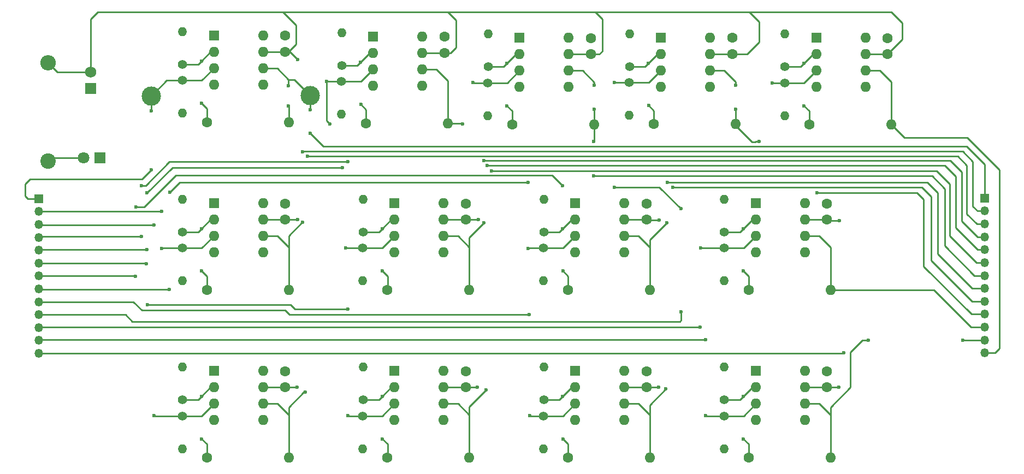
<source format=gtl>
G04 #@! TF.FileFunction,Copper,L1,Top,Signal*
%FSLAX46Y46*%
G04 Gerber Fmt 4.6, Leading zero omitted, Abs format (unit mm)*
G04 Created by KiCad (PCBNEW 4.0.7) date 02/22/19 22:28:47*
%MOMM*%
%LPD*%
G01*
G04 APERTURE LIST*
%ADD10C,0.100000*%
%ADD11C,1.600000*%
%ADD12C,1.400000*%
%ADD13O,1.400000X1.400000*%
%ADD14R,1.600000X1.600000*%
%ADD15O,1.600000X1.600000*%
%ADD16R,1.350000X1.350000*%
%ADD17O,1.350000X1.350000*%
%ADD18C,3.000000*%
%ADD19R,1.800000X1.800000*%
%ADD20C,1.800000*%
%ADD21R,1.750000X1.750000*%
%ADD22C,1.750000*%
%ADD23C,2.400000*%
%ADD24O,2.400000X2.400000*%
%ADD25C,0.600000*%
%ADD26C,0.250000*%
G04 APERTURE END LIST*
D10*
D11*
X201327680Y-67975480D03*
X201327680Y-70475480D03*
D12*
X185406960Y-72412860D03*
D13*
X185406960Y-67332860D03*
D14*
X190260900Y-67960240D03*
D15*
X197880900Y-75580240D03*
X190260900Y-70500240D03*
X197880900Y-73040240D03*
X190260900Y-73040240D03*
X197880900Y-70500240D03*
X190260900Y-75580240D03*
X197880900Y-67960240D03*
D12*
X185363780Y-74912220D03*
D13*
X185363780Y-79992220D03*
D11*
X189156000Y-81373980D03*
D15*
X201856000Y-81373980D03*
D11*
X191937300Y-119622420D03*
X191937300Y-122122420D03*
X191937300Y-93622420D03*
X191937300Y-96122420D03*
X177233240Y-67942460D03*
X177233240Y-70442460D03*
X163937300Y-119622420D03*
X163937300Y-122122420D03*
X163937300Y-93622420D03*
X163937300Y-96122420D03*
X155291140Y-67972940D03*
X155291140Y-70472940D03*
X135937300Y-119622420D03*
X135937300Y-122122420D03*
X135937300Y-93622420D03*
X135937300Y-96122420D03*
X132617520Y-67790060D03*
X132617520Y-70290060D03*
X107937300Y-119622420D03*
X107937300Y-122122420D03*
X107937300Y-93622420D03*
X107937300Y-96122420D03*
X179765620Y-133020920D03*
D15*
X192465620Y-133020920D03*
D11*
X179765620Y-107020920D03*
D15*
X192465620Y-107020920D03*
D11*
X165061560Y-81340960D03*
D15*
X177761560Y-81340960D03*
D11*
X151765620Y-133020920D03*
D15*
X164465620Y-133020920D03*
D11*
X151765620Y-107020920D03*
D15*
X164465620Y-107020920D03*
D11*
X143119460Y-81371440D03*
D15*
X155819460Y-81371440D03*
D11*
X123765620Y-133020920D03*
D15*
X136465620Y-133020920D03*
D11*
X123765620Y-107020920D03*
D15*
X136465620Y-107020920D03*
D11*
X120445840Y-81188560D03*
D15*
X133145840Y-81188560D03*
D11*
X95765620Y-133020920D03*
D15*
X108465620Y-133020920D03*
D11*
X95765620Y-107020920D03*
D15*
X108465620Y-107020920D03*
D12*
X176016580Y-124059800D03*
D13*
X176016580Y-118979800D03*
D12*
X176016580Y-98059800D03*
D13*
X176016580Y-92979800D03*
D12*
X161312520Y-72379840D03*
D13*
X161312520Y-67299840D03*
D12*
X148016580Y-124059800D03*
D13*
X148016580Y-118979800D03*
D12*
X148016580Y-98059800D03*
D13*
X148016580Y-92979800D03*
D12*
X139370420Y-72410320D03*
D13*
X139370420Y-67330320D03*
D12*
X120016580Y-124059800D03*
D13*
X120016580Y-118979800D03*
D12*
X120016580Y-98059800D03*
D13*
X120016580Y-92979800D03*
D12*
X116696800Y-72227440D03*
D13*
X116696800Y-67147440D03*
D12*
X92016580Y-124059800D03*
D13*
X92016580Y-118979800D03*
D12*
X92016580Y-98059800D03*
D13*
X92016580Y-92979800D03*
D14*
X180870520Y-119607180D03*
D15*
X188490520Y-127227180D03*
X180870520Y-122147180D03*
X188490520Y-124687180D03*
X180870520Y-124687180D03*
X188490520Y-122147180D03*
X180870520Y-127227180D03*
X188490520Y-119607180D03*
D14*
X180870520Y-93607180D03*
D15*
X188490520Y-101227180D03*
X180870520Y-96147180D03*
X188490520Y-98687180D03*
X180870520Y-98687180D03*
X188490520Y-96147180D03*
X180870520Y-101227180D03*
X188490520Y-93607180D03*
D14*
X166166460Y-67927220D03*
D15*
X173786460Y-75547220D03*
X166166460Y-70467220D03*
X173786460Y-73007220D03*
X166166460Y-73007220D03*
X173786460Y-70467220D03*
X166166460Y-75547220D03*
X173786460Y-67927220D03*
D14*
X152870520Y-119607180D03*
D15*
X160490520Y-127227180D03*
X152870520Y-122147180D03*
X160490520Y-124687180D03*
X152870520Y-124687180D03*
X160490520Y-122147180D03*
X152870520Y-127227180D03*
X160490520Y-119607180D03*
D14*
X152870520Y-93607180D03*
D15*
X160490520Y-101227180D03*
X152870520Y-96147180D03*
X160490520Y-98687180D03*
X152870520Y-98687180D03*
X160490520Y-96147180D03*
X152870520Y-101227180D03*
X160490520Y-93607180D03*
D14*
X144224360Y-67957700D03*
D15*
X151844360Y-75577700D03*
X144224360Y-70497700D03*
X151844360Y-73037700D03*
X144224360Y-73037700D03*
X151844360Y-70497700D03*
X144224360Y-75577700D03*
X151844360Y-67957700D03*
D14*
X124870520Y-119607180D03*
D15*
X132490520Y-127227180D03*
X124870520Y-122147180D03*
X132490520Y-124687180D03*
X124870520Y-124687180D03*
X132490520Y-122147180D03*
X124870520Y-127227180D03*
X132490520Y-119607180D03*
D14*
X124870520Y-93607180D03*
D15*
X132490520Y-101227180D03*
X124870520Y-96147180D03*
X132490520Y-98687180D03*
X124870520Y-98687180D03*
X132490520Y-96147180D03*
X124870520Y-101227180D03*
X132490520Y-93607180D03*
D14*
X121550740Y-67774820D03*
D15*
X129170740Y-75394820D03*
X121550740Y-70314820D03*
X129170740Y-72854820D03*
X121550740Y-72854820D03*
X129170740Y-70314820D03*
X121550740Y-75394820D03*
X129170740Y-67774820D03*
D14*
X96870520Y-119607180D03*
D15*
X104490520Y-127227180D03*
X96870520Y-122147180D03*
X104490520Y-124687180D03*
X96870520Y-124687180D03*
X104490520Y-122147180D03*
X96870520Y-127227180D03*
X104490520Y-119607180D03*
D14*
X96870520Y-93607180D03*
D15*
X104490520Y-101227180D03*
X96870520Y-96147180D03*
X104490520Y-98687180D03*
X96870520Y-98687180D03*
X104490520Y-96147180D03*
X96870520Y-101227180D03*
X104490520Y-93607180D03*
D12*
X175973400Y-126559160D03*
D13*
X175973400Y-131639160D03*
D12*
X175973400Y-100559160D03*
D13*
X175973400Y-105639160D03*
D12*
X161269340Y-74879200D03*
D13*
X161269340Y-79959200D03*
D12*
X147973400Y-126559160D03*
D13*
X147973400Y-131639160D03*
D12*
X147973400Y-100559160D03*
D13*
X147973400Y-105639160D03*
D12*
X139327240Y-74909680D03*
D13*
X139327240Y-79989680D03*
D12*
X119973400Y-126559160D03*
D13*
X119973400Y-131639160D03*
D12*
X119973400Y-100559160D03*
D13*
X119973400Y-105639160D03*
D12*
X116653620Y-74726800D03*
D13*
X116653620Y-79806800D03*
D12*
X91973400Y-126559160D03*
D13*
X91973400Y-131639160D03*
D12*
X91973400Y-100559160D03*
D13*
X91973400Y-105639160D03*
D14*
X96870520Y-67607180D03*
D15*
X104490520Y-75227180D03*
X96870520Y-70147180D03*
X104490520Y-72687180D03*
X96870520Y-72687180D03*
X104490520Y-70147180D03*
X96870520Y-75227180D03*
X104490520Y-67607180D03*
D16*
X69771260Y-92870000D03*
D17*
X69771260Y-94870000D03*
X69771260Y-96870000D03*
X69771260Y-98870000D03*
X69771260Y-100870000D03*
X69771260Y-102870000D03*
X69771260Y-104870000D03*
X69771260Y-106870000D03*
X69771260Y-108870000D03*
X69771260Y-110870000D03*
X69771260Y-112870000D03*
X69771260Y-114870000D03*
X69771260Y-116870000D03*
D16*
X216334340Y-92798900D03*
D17*
X216334340Y-94798900D03*
X216334340Y-96798900D03*
X216334340Y-98798900D03*
X216334340Y-100798900D03*
X216334340Y-102798900D03*
X216334340Y-104798900D03*
X216334340Y-106798900D03*
X216334340Y-108798900D03*
X216334340Y-110798900D03*
X216334340Y-112798900D03*
X216334340Y-114798900D03*
X216334340Y-116798900D03*
D12*
X91973400Y-74559160D03*
D13*
X91973400Y-79639160D03*
D12*
X92016580Y-72059800D03*
D13*
X92016580Y-66979800D03*
D18*
X87147400Y-76972160D03*
X111798100Y-76880720D03*
D11*
X95765620Y-81020920D03*
D15*
X108465620Y-81020920D03*
D11*
X107937300Y-67622420D03*
X107937300Y-70122420D03*
D19*
X79204820Y-86558120D03*
D20*
X76664820Y-86558120D03*
D21*
X77746860Y-75786620D03*
D22*
X77746860Y-73286620D03*
D23*
X71145400Y-87094060D03*
D24*
X71145400Y-71854060D03*
D25*
X87152480Y-79275940D03*
X87147400Y-88419940D03*
X88806020Y-94861380D03*
X88806020Y-100584000D03*
X87576660Y-96967040D03*
X87607140Y-126535180D03*
X114843560Y-81315560D03*
X85686900Y-98755200D03*
X85686900Y-90860880D03*
X117685820Y-87152480D03*
X114335560Y-74701400D03*
X86469220Y-100797360D03*
X86530180Y-92008960D03*
X116799360Y-88041480D03*
X117287040Y-100553520D03*
X86438740Y-102979220D03*
X86545420Y-109321600D03*
X117612160Y-110012480D03*
X117665500Y-126479300D03*
X150929340Y-90876120D03*
X137040620Y-74876660D03*
X84739480Y-104907080D03*
X84797900Y-94173040D03*
X90004900Y-106934000D03*
X90043000Y-91851480D03*
X145605500Y-90347800D03*
X145605500Y-100568760D03*
X145780760Y-110817660D03*
X145869660Y-126537720D03*
X169318940Y-110398560D03*
X169318940Y-94465140D03*
X158948120Y-91102180D03*
X158948120Y-74881740D03*
X172252640Y-112824260D03*
X172305980Y-100533200D03*
X173093380Y-114747040D03*
X173093380Y-126535180D03*
X183395620Y-74912220D03*
X194536060Y-116773960D03*
X108452920Y-75354180D03*
X108422440Y-78541880D03*
X111795560Y-79126080D03*
X111798100Y-82755740D03*
X110594140Y-85615780D03*
X110583980Y-96565720D03*
X111414560Y-86311740D03*
X111020860Y-122880120D03*
X138734800Y-86959440D03*
X135465820Y-81280000D03*
X139217400Y-87708740D03*
X138755120Y-96657160D03*
X139933680Y-88557100D03*
X139110720Y-122549920D03*
X155788360Y-89385140D03*
X155788360Y-83969860D03*
X155859480Y-75288140D03*
X155811220Y-79034640D03*
X167170100Y-90378280D03*
X167073580Y-96654620D03*
X168051480Y-91150440D03*
X166956740Y-122400060D03*
X181416960Y-84030820D03*
X190342520Y-91981020D03*
X177779680Y-75265280D03*
X177769520Y-79029560D03*
X212994240Y-114805460D03*
X198368920Y-114805460D03*
X94947740Y-71554340D03*
X94973140Y-78115160D03*
X193822320Y-96281240D03*
X193730880Y-122110500D03*
X165930580Y-96194880D03*
X165821360Y-122115580D03*
X137888980Y-96133920D03*
X137711180Y-122135900D03*
X109791500Y-122102880D03*
X109827060Y-71277480D03*
X109827060Y-96146620D03*
X94973140Y-104115160D03*
X94947740Y-97554340D03*
X94973140Y-130115160D03*
X94947740Y-123554340D03*
X119653360Y-78282800D03*
X119627960Y-71721980D03*
X122973140Y-104115160D03*
X122947740Y-97554340D03*
X122973140Y-130115160D03*
X122947740Y-123554340D03*
X142326980Y-78465680D03*
X142301580Y-71904860D03*
X150973140Y-104115160D03*
X150947740Y-97554340D03*
X150973140Y-130115160D03*
X150947740Y-123554340D03*
X164269080Y-78435200D03*
X164243680Y-71874380D03*
X178973140Y-104115160D03*
X178947740Y-97554340D03*
X178973140Y-130115160D03*
X178947740Y-123554340D03*
X188338120Y-71907400D03*
X188363520Y-78468220D03*
D26*
X87152480Y-79275940D02*
X87147400Y-79270860D01*
X87147400Y-79270860D02*
X87147400Y-76972160D01*
X67624960Y-92456000D02*
X68038960Y-92870000D01*
X68038960Y-92870000D02*
X69771260Y-92870000D01*
X67624960Y-90576400D02*
X67624960Y-92456000D01*
X68346320Y-89855040D02*
X67624960Y-90576400D01*
X85712300Y-89855040D02*
X68346320Y-89855040D01*
X87147400Y-88419940D02*
X85712300Y-89855040D01*
X91973400Y-74559160D02*
X89560400Y-74559160D01*
X89560400Y-74559160D02*
X87147400Y-76972160D01*
X91973400Y-74559160D02*
X94998540Y-74559160D01*
X94998540Y-74559160D02*
X96870520Y-72687180D01*
X96695260Y-72862440D02*
X96870520Y-72687180D01*
X96710500Y-72847200D02*
X96870520Y-72687180D01*
X96763840Y-72793860D02*
X96870520Y-72687180D01*
X96751140Y-72806560D02*
X96870520Y-72687180D01*
X88806020Y-94861380D02*
X69779880Y-94861380D01*
X69779880Y-94861380D02*
X69771260Y-94870000D01*
X91973400Y-100559160D02*
X88830860Y-100559160D01*
X88830860Y-100559160D02*
X88806020Y-100584000D01*
X96763840Y-98793860D02*
X96870520Y-98687180D01*
X91973400Y-100559160D02*
X94998540Y-100559160D01*
X94998540Y-100559160D02*
X96870520Y-98687180D01*
X96695260Y-98862440D02*
X96870520Y-98687180D01*
X96710500Y-98847200D02*
X96870520Y-98687180D01*
X96751140Y-98806560D02*
X96870520Y-98687180D01*
X87576660Y-96967040D02*
X69868300Y-96967040D01*
X69868300Y-96967040D02*
X69771260Y-96870000D01*
X91973400Y-126559160D02*
X87631120Y-126559160D01*
X87631120Y-126559160D02*
X87607140Y-126535180D01*
X96763840Y-124793860D02*
X96870520Y-124687180D01*
X91973400Y-126559160D02*
X94998540Y-126559160D01*
X94998540Y-126559160D02*
X96870520Y-124687180D01*
X96695260Y-124862440D02*
X96870520Y-124687180D01*
X96710500Y-124847200D02*
X96870520Y-124687180D01*
X96751140Y-124806560D02*
X96870520Y-124687180D01*
X114843560Y-81315560D02*
X114335560Y-80807560D01*
X114335560Y-80807560D02*
X114335560Y-80799940D01*
X114335560Y-74701400D02*
X114335560Y-80799940D01*
X85686900Y-98755200D02*
X69886060Y-98755200D01*
X69886060Y-98755200D02*
X69771260Y-98870000D01*
X89994740Y-87152480D02*
X86286340Y-90860880D01*
X86286340Y-90860880D02*
X85686900Y-90860880D01*
X117685820Y-87152480D02*
X89994740Y-87152480D01*
X116653620Y-74726800D02*
X114360960Y-74726800D01*
X114360960Y-74726800D02*
X114335560Y-74701400D01*
X121444060Y-72961500D02*
X121550740Y-72854820D01*
X116653620Y-74726800D02*
X119678760Y-74726800D01*
X119678760Y-74726800D02*
X121550740Y-72854820D01*
X121375480Y-73030080D02*
X121550740Y-72854820D01*
X121390720Y-73014840D02*
X121550740Y-72854820D01*
X121431360Y-72974200D02*
X121550740Y-72854820D01*
X86469220Y-100797360D02*
X69843900Y-100797360D01*
X69843900Y-100797360D02*
X69771260Y-100870000D01*
X116799360Y-88041480D02*
X90497660Y-88041480D01*
X90497660Y-88041480D02*
X86530180Y-92008960D01*
X119973400Y-100559160D02*
X117292680Y-100559160D01*
X117292680Y-100559160D02*
X117287040Y-100553520D01*
X124763840Y-98793860D02*
X124870520Y-98687180D01*
X119973400Y-100559160D02*
X122998540Y-100559160D01*
X122998540Y-100559160D02*
X124870520Y-98687180D01*
X124695260Y-98862440D02*
X124870520Y-98687180D01*
X124710500Y-98847200D02*
X124870520Y-98687180D01*
X124751140Y-98806560D02*
X124870520Y-98687180D01*
X86438740Y-102979220D02*
X86329520Y-102870000D01*
X86329520Y-102870000D02*
X69771260Y-102870000D01*
X109456220Y-110012480D02*
X108765340Y-109321600D01*
X108765340Y-109321600D02*
X86545420Y-109321600D01*
X117612160Y-110012480D02*
X109456220Y-110012480D01*
X118657520Y-126559160D02*
X117745360Y-126559160D01*
X117745360Y-126559160D02*
X117665500Y-126479300D01*
X119973400Y-126559160D02*
X118657520Y-126559160D01*
X124763840Y-124793860D02*
X124870520Y-124687180D01*
X119973400Y-126559160D02*
X122998540Y-126559160D01*
X122998540Y-126559160D02*
X124870520Y-124687180D01*
X124695260Y-124862440D02*
X124870520Y-124687180D01*
X124710500Y-124847200D02*
X124870520Y-124687180D01*
X124751140Y-124806560D02*
X124870520Y-124687180D01*
X150929340Y-90876120D02*
X149316440Y-89263220D01*
X149316440Y-89263220D02*
X145948400Y-89263220D01*
X139327240Y-74909680D02*
X137073640Y-74909680D01*
X137073640Y-74909680D02*
X137040620Y-74876660D01*
X84739480Y-104907080D02*
X84702400Y-104870000D01*
X84702400Y-104870000D02*
X69771260Y-104870000D01*
X91018360Y-89263220D02*
X86108540Y-94173040D01*
X86108540Y-94173040D02*
X84797900Y-94173040D01*
X145948400Y-89263220D02*
X91018360Y-89263220D01*
X144117680Y-73144380D02*
X144224360Y-73037700D01*
X139327240Y-74909680D02*
X142352380Y-74909680D01*
X142352380Y-74909680D02*
X144224360Y-73037700D01*
X144049100Y-73212960D02*
X144224360Y-73037700D01*
X144064340Y-73197720D02*
X144224360Y-73037700D01*
X144104980Y-73157080D02*
X144224360Y-73037700D01*
X90004900Y-106934000D02*
X69835260Y-106934000D01*
X69835260Y-106934000D02*
X69771260Y-106870000D01*
X92732860Y-90347800D02*
X91546680Y-90347800D01*
X91546680Y-90347800D02*
X90043000Y-91851480D01*
X145605500Y-90347800D02*
X92732860Y-90347800D01*
X147973400Y-100559160D02*
X145615100Y-100559160D01*
X145615100Y-100559160D02*
X145605500Y-100568760D01*
X152763840Y-98793860D02*
X152870520Y-98687180D01*
X147973400Y-100559160D02*
X150998540Y-100559160D01*
X150998540Y-100559160D02*
X152870520Y-98687180D01*
X152695260Y-98862440D02*
X152870520Y-98687180D01*
X152710500Y-98847200D02*
X152870520Y-98687180D01*
X152751140Y-98806560D02*
X152870520Y-98687180D01*
X85714840Y-110205520D02*
X84379320Y-108870000D01*
X84379320Y-108870000D02*
X69771260Y-108870000D01*
X107947460Y-110205520D02*
X85714840Y-110205520D01*
X108559600Y-110817660D02*
X107947460Y-110205520D01*
X145780760Y-110817660D02*
X108559600Y-110817660D01*
X147973400Y-126559160D02*
X145891100Y-126559160D01*
X145891100Y-126559160D02*
X145869660Y-126537720D01*
X152763840Y-124793860D02*
X152870520Y-124687180D01*
X147973400Y-126559160D02*
X150998540Y-126559160D01*
X150998540Y-126559160D02*
X152870520Y-124687180D01*
X152695260Y-124862440D02*
X152870520Y-124687180D01*
X152710500Y-124847200D02*
X152870520Y-124687180D01*
X152751140Y-124806560D02*
X152870520Y-124687180D01*
X169318940Y-111724440D02*
X169130980Y-111912400D01*
X169130980Y-111912400D02*
X84244180Y-111912400D01*
X169318940Y-110398560D02*
X169318940Y-111724440D01*
X165915340Y-91102180D02*
X169278300Y-94465140D01*
X169278300Y-94465140D02*
X169318940Y-94465140D01*
X158948120Y-91102180D02*
X165915340Y-91102180D01*
X161269340Y-74879200D02*
X158950660Y-74879200D01*
X158950660Y-74879200D02*
X158948120Y-74881740D01*
X84244180Y-111912400D02*
X83201780Y-110870000D01*
X83201780Y-110870000D02*
X69771260Y-110870000D01*
X166059780Y-73113900D02*
X166166460Y-73007220D01*
X161269340Y-74879200D02*
X164294480Y-74879200D01*
X164294480Y-74879200D02*
X166166460Y-73007220D01*
X165991200Y-73182480D02*
X166166460Y-73007220D01*
X166006440Y-73167240D02*
X166166460Y-73007220D01*
X166047080Y-73126600D02*
X166166460Y-73007220D01*
X172252640Y-112824260D02*
X69817000Y-112824260D01*
X69817000Y-112824260D02*
X69771260Y-112870000D01*
X175973400Y-100559160D02*
X172331940Y-100559160D01*
X172331940Y-100559160D02*
X172305980Y-100533200D01*
X180763840Y-98793860D02*
X180870520Y-98687180D01*
X175973400Y-100559160D02*
X178998540Y-100559160D01*
X178998540Y-100559160D02*
X180870520Y-98687180D01*
X180695260Y-98862440D02*
X180870520Y-98687180D01*
X180710500Y-98847200D02*
X180870520Y-98687180D01*
X180751140Y-98806560D02*
X180870520Y-98687180D01*
X173093380Y-114747040D02*
X69894220Y-114747040D01*
X69894220Y-114747040D02*
X69771260Y-114870000D01*
X175973400Y-126559160D02*
X173117360Y-126559160D01*
X173117360Y-126559160D02*
X173093380Y-126535180D01*
X180763840Y-124793860D02*
X180870520Y-124687180D01*
X175973400Y-126559160D02*
X178998540Y-126559160D01*
X178998540Y-126559160D02*
X180870520Y-124687180D01*
X180695260Y-124862440D02*
X180870520Y-124687180D01*
X180710500Y-124847200D02*
X180870520Y-124687180D01*
X180751140Y-124806560D02*
X180870520Y-124687180D01*
X185363780Y-74912220D02*
X183395620Y-74912220D01*
X194536060Y-116773960D02*
X194440020Y-116870000D01*
X194440020Y-116870000D02*
X69771260Y-116870000D01*
X190154220Y-73146920D02*
X190260900Y-73040240D01*
X188388920Y-74912220D02*
X190260900Y-73040240D01*
X190085640Y-73215500D02*
X190260900Y-73040240D01*
X190100880Y-73200260D02*
X190260900Y-73040240D01*
X190141520Y-73159620D02*
X190260900Y-73040240D01*
X185363780Y-74912220D02*
X188388920Y-74912220D01*
X108465620Y-74439780D02*
X108445300Y-74419460D01*
X108445300Y-74419460D02*
X106713020Y-72687180D01*
X108452920Y-75354180D02*
X108452920Y-74427080D01*
X108452920Y-74427080D02*
X108445300Y-74419460D01*
X108465620Y-81020920D02*
X108465620Y-78585060D01*
X108465620Y-78585060D02*
X108422440Y-78541880D01*
X111795560Y-79126080D02*
X111798100Y-79123540D01*
X111798100Y-79123540D02*
X111798100Y-76880720D01*
X111798100Y-82755740D02*
X113837720Y-84795360D01*
X113837720Y-84795360D02*
X213537442Y-84795360D01*
X213537442Y-84795360D02*
X216334340Y-87592258D01*
X216334340Y-87592258D02*
X216334340Y-92798900D01*
X108465620Y-74439780D02*
X109357160Y-74439780D01*
X109357160Y-74439780D02*
X111798100Y-76880720D01*
X106713020Y-72687180D02*
X106172000Y-72687180D01*
X104490520Y-72687180D02*
X106172000Y-72687180D01*
X110594140Y-85615780D02*
X110704939Y-85504981D01*
X110704939Y-85504981D02*
X212946941Y-85504981D01*
X212946941Y-85504981D02*
X214550780Y-87108820D01*
X214550780Y-87108820D02*
X214550780Y-94101440D01*
X214550780Y-94101440D02*
X215248240Y-94798900D01*
X215248240Y-94798900D02*
X216334340Y-94798900D01*
X108465620Y-98668840D02*
X110568740Y-96565720D01*
X110568740Y-96565720D02*
X110583980Y-96565720D01*
X108465620Y-100439780D02*
X108465620Y-98668840D01*
X106713020Y-98687180D02*
X106172000Y-98687180D01*
X108465620Y-107020920D02*
X108465620Y-100439780D01*
X108465620Y-100439780D02*
X106713020Y-98687180D01*
X104490520Y-98687180D02*
X106172000Y-98687180D01*
X213603840Y-95229680D02*
X215173060Y-96798900D01*
X215173060Y-96798900D02*
X216334340Y-96798900D01*
X213603840Y-87696040D02*
X213603840Y-95229680D01*
X212219540Y-86311740D02*
X213603840Y-87696040D01*
X111414560Y-86311740D02*
X212219540Y-86311740D01*
X108465620Y-125242320D02*
X110827820Y-122880120D01*
X110827820Y-122880120D02*
X111020860Y-122880120D01*
X108465620Y-126439780D02*
X108465620Y-125242320D01*
X106713020Y-124687180D02*
X106172000Y-124687180D01*
X108465620Y-133020920D02*
X108465620Y-126439780D01*
X108465620Y-126439780D02*
X106713020Y-124687180D01*
X104490520Y-124687180D02*
X106172000Y-124687180D01*
X138734800Y-86959440D02*
X211018120Y-86959440D01*
X211018120Y-86959440D02*
X212785519Y-88726839D01*
X212785519Y-88726839D02*
X212785519Y-96339219D01*
X212785519Y-96339219D02*
X215245200Y-98798900D01*
X215245200Y-98798900D02*
X216334340Y-98798900D01*
X133145840Y-81188560D02*
X135374380Y-81188560D01*
X135374380Y-81188560D02*
X135465820Y-81280000D01*
X131393240Y-72854820D02*
X130852220Y-72854820D01*
X133145840Y-81188560D02*
X133145840Y-74607420D01*
X133145840Y-74607420D02*
X131393240Y-72854820D01*
X129170740Y-72854820D02*
X130852220Y-72854820D01*
X211884260Y-97381060D02*
X215302100Y-100798900D01*
X215302100Y-100798900D02*
X216334340Y-100798900D01*
X211884260Y-89415620D02*
X211884260Y-97381060D01*
X210177380Y-87708740D02*
X211884260Y-89415620D01*
X139217400Y-87708740D02*
X210177380Y-87708740D01*
X136465620Y-100439780D02*
X136465620Y-98946660D01*
X136465620Y-98946660D02*
X138755120Y-96657160D01*
X134713020Y-98687180D02*
X134172000Y-98687180D01*
X136465620Y-107020920D02*
X136465620Y-100439780D01*
X136465620Y-100439780D02*
X134713020Y-98687180D01*
X132490520Y-98687180D02*
X134172000Y-98687180D01*
X210974940Y-98638360D02*
X215135480Y-102798900D01*
X215135480Y-102798900D02*
X216334340Y-102798900D01*
X210974940Y-90584020D02*
X210974940Y-98638360D01*
X208948020Y-88557100D02*
X210974940Y-90584020D01*
X139933680Y-88557100D02*
X208948020Y-88557100D01*
X136465620Y-126439780D02*
X136465620Y-125195020D01*
X136465620Y-125195020D02*
X139110720Y-122549920D01*
X134713020Y-124687180D02*
X134172000Y-124687180D01*
X136465620Y-133020920D02*
X136465620Y-126439780D01*
X136465620Y-126439780D02*
X134713020Y-124687180D01*
X132490520Y-124687180D02*
X134172000Y-124687180D01*
X155788360Y-89385140D02*
X166811960Y-89385140D01*
X166811960Y-89385140D02*
X166832280Y-89364820D01*
X166832280Y-89364820D02*
X208206340Y-89364820D01*
X208206340Y-89364820D02*
X210185000Y-91343480D01*
X210185000Y-91343480D02*
X210185000Y-100180140D01*
X210185000Y-100180140D02*
X214803760Y-104798900D01*
X214803760Y-104798900D02*
X216334340Y-104798900D01*
X155819460Y-81371440D02*
X155819460Y-83938760D01*
X155819460Y-83938760D02*
X155788360Y-83969860D01*
X155859480Y-75288140D02*
X155859480Y-74830320D01*
X155859480Y-74830320D02*
X154066860Y-73037700D01*
X154066860Y-73037700D02*
X153525840Y-73037700D01*
X153525840Y-73037700D02*
X151844360Y-73037700D01*
X155819460Y-81371440D02*
X155819460Y-79042880D01*
X155819460Y-79042880D02*
X155811220Y-79034640D01*
X155819460Y-81371440D02*
X155819460Y-82085800D01*
X209072480Y-101480620D02*
X214390760Y-106798900D01*
X214390760Y-106798900D02*
X216334340Y-106798900D01*
X209072480Y-91970860D02*
X209072480Y-101480620D01*
X207479900Y-90378280D02*
X209072480Y-91970860D01*
X167170100Y-90378280D02*
X207479900Y-90378280D01*
X164465620Y-99262580D02*
X167073580Y-96654620D01*
X164465620Y-100439780D02*
X164465620Y-99262580D01*
X162713020Y-98687180D02*
X162172000Y-98687180D01*
X164465620Y-107020920D02*
X164465620Y-100439780D01*
X164465620Y-100439780D02*
X162713020Y-98687180D01*
X160490520Y-98687180D02*
X162172000Y-98687180D01*
X208033620Y-102430580D02*
X214401940Y-108798900D01*
X214401940Y-108798900D02*
X216334340Y-108798900D01*
X208033620Y-92555060D02*
X208033620Y-102430580D01*
X206629000Y-91150440D02*
X208033620Y-92555060D01*
X168051480Y-91150440D02*
X206629000Y-91150440D01*
X164465620Y-126439780D02*
X164465620Y-124891180D01*
X164465620Y-124891180D02*
X166956740Y-122400060D01*
X162713020Y-124687180D02*
X162172000Y-124687180D01*
X164465620Y-133020920D02*
X164465620Y-126439780D01*
X164465620Y-126439780D02*
X162713020Y-124687180D01*
X160490520Y-124687180D02*
X162172000Y-124687180D01*
X180878480Y-84030820D02*
X180845460Y-84063840D01*
X180845460Y-84063840D02*
X180286660Y-84063840D01*
X181416960Y-84030820D02*
X180878480Y-84030820D01*
X195044060Y-91955620D02*
X190367920Y-91955620D01*
X190367920Y-91955620D02*
X190342520Y-91981020D01*
X177779680Y-75265280D02*
X177779680Y-74777940D01*
X177779680Y-74777940D02*
X176008960Y-73007220D01*
X176008960Y-73007220D02*
X175467940Y-73007220D01*
X175467940Y-73007220D02*
X173786460Y-73007220D01*
X177761560Y-81340960D02*
X177761560Y-79037520D01*
X177761560Y-79037520D02*
X177769520Y-79029560D01*
X206926180Y-103416100D02*
X214308980Y-110798900D01*
X214308980Y-110798900D02*
X216334340Y-110798900D01*
X206926180Y-92986860D02*
X206926180Y-103416100D01*
X205894940Y-91955620D02*
X206926180Y-92986860D01*
X195044060Y-91955620D02*
X205894940Y-91955620D01*
X177761560Y-81340960D02*
X177761560Y-81538740D01*
X177761560Y-81538740D02*
X180286660Y-84063840D01*
X208493920Y-107020920D02*
X214271900Y-112798900D01*
X214271900Y-112798900D02*
X216334340Y-112798900D01*
X192465620Y-107020920D02*
X208493920Y-107020920D01*
X190713020Y-98687180D02*
X190172000Y-98687180D01*
X192465620Y-107020920D02*
X192465620Y-100439780D01*
X192465620Y-100439780D02*
X190713020Y-98687180D01*
X188490520Y-98687180D02*
X190172000Y-98687180D01*
X212994240Y-114805460D02*
X216327780Y-114805460D01*
X216327780Y-114805460D02*
X216334340Y-114798900D01*
X197433140Y-114798900D02*
X198362360Y-114798900D01*
X198362360Y-114798900D02*
X198368920Y-114805460D01*
X195572380Y-116659660D02*
X197433140Y-114798900D01*
X195572380Y-122100340D02*
X195572380Y-116659660D01*
X192465620Y-125207100D02*
X195572380Y-122100340D01*
X192465620Y-126439780D02*
X192465620Y-125207100D01*
X190713020Y-124687180D02*
X190172000Y-124687180D01*
X192465620Y-133020920D02*
X192465620Y-126439780D01*
X192465620Y-126439780D02*
X190713020Y-124687180D01*
X188490520Y-124687180D02*
X190172000Y-124687180D01*
X218620340Y-116118640D02*
X217940080Y-116798900D01*
X217940080Y-116798900D02*
X216334340Y-116798900D01*
X218620340Y-88386920D02*
X218620340Y-116118640D01*
X213690540Y-83457120D02*
X218620340Y-88386920D01*
X203939140Y-83457120D02*
X213690540Y-83457120D01*
X203939140Y-83457120D02*
X201856000Y-81373980D01*
X201856000Y-81373980D02*
X201856000Y-74792840D01*
X201856000Y-74792840D02*
X200103400Y-73040240D01*
X200103400Y-73040240D02*
X199562380Y-73040240D01*
X197880900Y-73040240D02*
X199562380Y-73040240D01*
X92016580Y-72059800D02*
X94442280Y-72059800D01*
X94442280Y-72059800D02*
X94947740Y-71554340D01*
X95791020Y-78933040D02*
X95791020Y-80995520D01*
X95791020Y-80995520D02*
X95765620Y-81020920D01*
X95791020Y-78933040D02*
X94973140Y-78115160D01*
X94947740Y-71554340D02*
X96354900Y-70147180D01*
X96354900Y-70147180D02*
X96870520Y-70147180D01*
X96857820Y-70134480D02*
X96870520Y-70147180D01*
X76664820Y-86558120D02*
X71681340Y-86558120D01*
X71681340Y-86558120D02*
X71145400Y-87094060D01*
X193560700Y-63947040D02*
X201902060Y-63947040D01*
X201327680Y-70475480D02*
X203608940Y-68194220D01*
X203608940Y-68194220D02*
X203608940Y-65653920D01*
X203608940Y-65653920D02*
X201902060Y-63947040D01*
X164211000Y-63947040D02*
X179900580Y-63947040D01*
X179900580Y-63947040D02*
X193560700Y-63947040D01*
X177233240Y-70442460D02*
X179557040Y-70442460D01*
X181391560Y-68607940D02*
X181391560Y-65438020D01*
X179557040Y-70442460D02*
X181391560Y-68607940D01*
X181391560Y-65438020D02*
X179900580Y-63947040D01*
X107614720Y-63947040D02*
X78851760Y-63947040D01*
X78851760Y-63947040D02*
X77746860Y-65051940D01*
X77746860Y-65051940D02*
X77746860Y-65948560D01*
X77746860Y-65948560D02*
X77746860Y-73286620D01*
X134815580Y-63947040D02*
X156004260Y-63947040D01*
X156004260Y-63947040D02*
X164211000Y-63947040D01*
X155291140Y-70472940D02*
X156608140Y-70472940D01*
X156608140Y-70472940D02*
X157068520Y-70012560D01*
X157068520Y-70012560D02*
X157068520Y-65011300D01*
X157068520Y-65011300D02*
X156004260Y-63947040D01*
X107614720Y-63947040D02*
X133126480Y-63947040D01*
X133126480Y-63947040D02*
X134815580Y-63947040D01*
X132617520Y-70290060D02*
X133572880Y-70290060D01*
X134376160Y-69486780D02*
X134376160Y-65196720D01*
X133572880Y-70290060D02*
X134376160Y-69486780D01*
X134376160Y-65196720D02*
X133126480Y-63947040D01*
X193822320Y-96281240D02*
X192096120Y-96281240D01*
X192096120Y-96281240D02*
X191937300Y-96122420D01*
X191937300Y-122122420D02*
X193718960Y-122122420D01*
X193718960Y-122122420D02*
X193730880Y-122110500D01*
X156142060Y-70472940D02*
X155291140Y-70472940D01*
X165930580Y-96194880D02*
X164009760Y-96194880D01*
X164009760Y-96194880D02*
X163937300Y-96122420D01*
X163937300Y-122122420D02*
X165814520Y-122122420D01*
X165814520Y-122122420D02*
X165821360Y-122115580D01*
X133177920Y-70290060D02*
X132617520Y-70290060D01*
X137888980Y-96133920D02*
X135948800Y-96133920D01*
X135948800Y-96133920D02*
X135937300Y-96122420D01*
X135937300Y-122122420D02*
X137697700Y-122122420D01*
X137697700Y-122122420D02*
X137711180Y-122135900D01*
X107937300Y-122122420D02*
X109771960Y-122122420D01*
X109771960Y-122122420D02*
X109791500Y-122102880D01*
X109827060Y-71277480D02*
X108672000Y-70122420D01*
X108672000Y-70122420D02*
X107937300Y-70122420D01*
X107937300Y-96122420D02*
X109802860Y-96122420D01*
X109802860Y-96122420D02*
X109827060Y-96146620D01*
X109634020Y-68933060D02*
X109634020Y-65966340D01*
X109634020Y-65966340D02*
X107614720Y-63947040D01*
X108444660Y-70122420D02*
X109634020Y-68933060D01*
X107937300Y-70122420D02*
X108444660Y-70122420D01*
X77746860Y-73286620D02*
X72577960Y-73286620D01*
X72577960Y-73286620D02*
X71145400Y-71854060D01*
X201302920Y-70500240D02*
X201327680Y-70475480D01*
X197880900Y-70500240D02*
X201302920Y-70500240D01*
X188490520Y-122147180D02*
X191912540Y-122147180D01*
X188490520Y-96147180D02*
X191912540Y-96147180D01*
X173786460Y-70467220D02*
X177208480Y-70467220D01*
X160490520Y-122147180D02*
X163912540Y-122147180D01*
X160490520Y-96147180D02*
X163912540Y-96147180D01*
X151844360Y-70497700D02*
X155266380Y-70497700D01*
X132490520Y-122147180D02*
X135912540Y-122147180D01*
X132490520Y-96147180D02*
X135912540Y-96147180D01*
X129170740Y-70314820D02*
X132592760Y-70314820D01*
X104490520Y-122147180D02*
X107912540Y-122147180D01*
X104490520Y-96147180D02*
X107912540Y-96147180D01*
X191912540Y-122147180D02*
X191937300Y-122122420D01*
X191912540Y-96147180D02*
X191937300Y-96122420D01*
X177208480Y-70467220D02*
X177233240Y-70442460D01*
X163912540Y-122147180D02*
X163937300Y-122122420D01*
X163912540Y-96147180D02*
X163937300Y-96122420D01*
X155266380Y-70497700D02*
X155291140Y-70472940D01*
X135912540Y-122147180D02*
X135937300Y-122122420D01*
X135912540Y-96147180D02*
X135937300Y-96122420D01*
X132592760Y-70314820D02*
X132617520Y-70290060D01*
X107912540Y-122147180D02*
X107937300Y-122122420D01*
X107912540Y-96147180D02*
X107937300Y-96122420D01*
X104490520Y-70147180D02*
X107912540Y-70147180D01*
X107912540Y-70147180D02*
X107937300Y-70122420D01*
X94947740Y-97554340D02*
X96354900Y-96147180D01*
X96857820Y-96134480D02*
X96870520Y-96147180D01*
X96354900Y-96147180D02*
X96870520Y-96147180D01*
X92016580Y-98059800D02*
X94442280Y-98059800D01*
X94442280Y-98059800D02*
X94947740Y-97554340D01*
X95791020Y-104933040D02*
X94973140Y-104115160D01*
X95791020Y-104933040D02*
X95791020Y-106995520D01*
X95791020Y-106995520D02*
X95765620Y-107020920D01*
X94947740Y-123554340D02*
X96354900Y-122147180D01*
X96857820Y-122134480D02*
X96870520Y-122147180D01*
X96354900Y-122147180D02*
X96870520Y-122147180D01*
X92016580Y-124059800D02*
X94442280Y-124059800D01*
X94442280Y-124059800D02*
X94947740Y-123554340D01*
X95791020Y-130933040D02*
X94973140Y-130115160D01*
X95791020Y-130933040D02*
X95791020Y-132995520D01*
X95791020Y-132995520D02*
X95765620Y-133020920D01*
X119627960Y-71721980D02*
X121035120Y-70314820D01*
X121538040Y-70302120D02*
X121550740Y-70314820D01*
X121035120Y-70314820D02*
X121550740Y-70314820D01*
X116696800Y-72227440D02*
X119122500Y-72227440D01*
X119122500Y-72227440D02*
X119627960Y-71721980D01*
X120471240Y-79100680D02*
X119653360Y-78282800D01*
X120471240Y-79100680D02*
X120471240Y-81163160D01*
X120471240Y-81163160D02*
X120445840Y-81188560D01*
X122947740Y-97554340D02*
X124354900Y-96147180D01*
X124857820Y-96134480D02*
X124870520Y-96147180D01*
X124354900Y-96147180D02*
X124870520Y-96147180D01*
X120016580Y-98059800D02*
X122442280Y-98059800D01*
X122442280Y-98059800D02*
X122947740Y-97554340D01*
X123791020Y-104933040D02*
X122973140Y-104115160D01*
X123791020Y-104933040D02*
X123791020Y-106995520D01*
X123791020Y-106995520D02*
X123765620Y-107020920D01*
X122947740Y-123554340D02*
X124354900Y-122147180D01*
X124857820Y-122134480D02*
X124870520Y-122147180D01*
X124354900Y-122147180D02*
X124870520Y-122147180D01*
X120016580Y-124059800D02*
X122442280Y-124059800D01*
X122442280Y-124059800D02*
X122947740Y-123554340D01*
X123791020Y-130933040D02*
X122973140Y-130115160D01*
X123791020Y-130933040D02*
X123791020Y-132995520D01*
X123791020Y-132995520D02*
X123765620Y-133020920D01*
X142301580Y-71904860D02*
X143708740Y-70497700D01*
X144211660Y-70485000D02*
X144224360Y-70497700D01*
X143708740Y-70497700D02*
X144224360Y-70497700D01*
X139370420Y-72410320D02*
X141796120Y-72410320D01*
X141796120Y-72410320D02*
X142301580Y-71904860D01*
X143144860Y-79283560D02*
X142326980Y-78465680D01*
X143144860Y-79283560D02*
X143144860Y-81346040D01*
X143144860Y-81346040D02*
X143119460Y-81371440D01*
X150947740Y-97554340D02*
X152354900Y-96147180D01*
X152857820Y-96134480D02*
X152870520Y-96147180D01*
X152354900Y-96147180D02*
X152870520Y-96147180D01*
X148016580Y-98059800D02*
X150442280Y-98059800D01*
X150442280Y-98059800D02*
X150947740Y-97554340D01*
X151791020Y-104933040D02*
X150973140Y-104115160D01*
X151791020Y-104933040D02*
X151791020Y-106995520D01*
X151791020Y-106995520D02*
X151765620Y-107020920D01*
X150947740Y-123554340D02*
X152354900Y-122147180D01*
X152857820Y-122134480D02*
X152870520Y-122147180D01*
X152354900Y-122147180D02*
X152870520Y-122147180D01*
X148016580Y-124059800D02*
X150442280Y-124059800D01*
X150442280Y-124059800D02*
X150947740Y-123554340D01*
X151791020Y-130933040D02*
X150973140Y-130115160D01*
X151791020Y-130933040D02*
X151791020Y-132995520D01*
X151791020Y-132995520D02*
X151765620Y-133020920D01*
X164243680Y-71874380D02*
X165650840Y-70467220D01*
X166153760Y-70454520D02*
X166166460Y-70467220D01*
X165650840Y-70467220D02*
X166166460Y-70467220D01*
X161312520Y-72379840D02*
X163738220Y-72379840D01*
X163738220Y-72379840D02*
X164243680Y-71874380D01*
X165086960Y-79253080D02*
X164269080Y-78435200D01*
X165086960Y-79253080D02*
X165086960Y-81315560D01*
X165086960Y-81315560D02*
X165061560Y-81340960D01*
X178947740Y-97554340D02*
X180354900Y-96147180D01*
X180857820Y-96134480D02*
X180870520Y-96147180D01*
X180354900Y-96147180D02*
X180870520Y-96147180D01*
X176016580Y-98059800D02*
X178442280Y-98059800D01*
X178442280Y-98059800D02*
X178947740Y-97554340D01*
X179791020Y-104933040D02*
X178973140Y-104115160D01*
X179791020Y-104933040D02*
X179791020Y-106995520D01*
X179791020Y-106995520D02*
X179765620Y-107020920D01*
X178947740Y-123554340D02*
X180354900Y-122147180D01*
X180857820Y-122134480D02*
X180870520Y-122147180D01*
X180354900Y-122147180D02*
X180870520Y-122147180D01*
X176016580Y-124059800D02*
X178442280Y-124059800D01*
X178442280Y-124059800D02*
X178947740Y-123554340D01*
X179791020Y-130933040D02*
X178973140Y-130115160D01*
X179791020Y-130933040D02*
X179791020Y-132995520D01*
X179791020Y-132995520D02*
X179765620Y-133020920D01*
X185406960Y-72412860D02*
X187832660Y-72412860D01*
X187832660Y-72412860D02*
X188338120Y-71907400D01*
X190248200Y-70487540D02*
X190260900Y-70500240D01*
X188338120Y-71907400D02*
X189745280Y-70500240D01*
X189745280Y-70500240D02*
X190260900Y-70500240D01*
X189181400Y-79286100D02*
X188363520Y-78468220D01*
X189181400Y-79286100D02*
X189181400Y-81348580D01*
X189181400Y-81348580D02*
X189156000Y-81373980D01*
M02*

</source>
